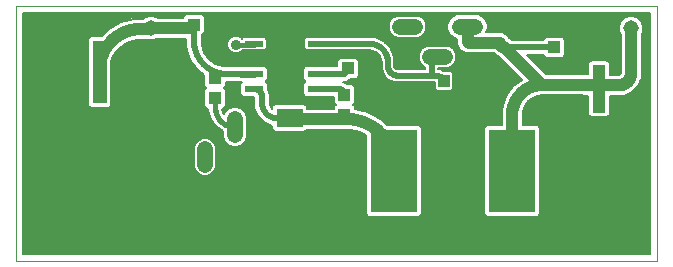
<source format=gtl>
G75*
%MOIN*%
%OFA0B0*%
%FSLAX25Y25*%
%IPPOS*%
%LPD*%
%AMOC8*
5,1,8,0,0,1.08239X$1,22.5*
%
%ADD10C,0.00000*%
%ADD11R,0.04700X0.21100*%
%ADD12R,0.04331X0.03937*%
%ADD13R,0.04300X0.16000*%
%ADD14R,0.03937X0.04331*%
%ADD15R,0.08583X0.06378*%
%ADD16R,0.15748X0.27559*%
%ADD17R,0.06300X0.02100*%
%ADD18C,0.05200*%
%ADD19C,0.05150*%
%ADD20C,0.00600*%
%ADD21C,0.03569*%
%ADD22C,0.02000*%
%ADD23C,0.04000*%
%ADD24C,0.02100*%
%ADD25C,0.01600*%
%ADD26C,0.02200*%
D10*
X0012668Y0006362D02*
X0012668Y0091322D01*
X0226369Y0091322D01*
X0226369Y0006362D01*
X0012668Y0006362D01*
D11*
X0040533Y0029972D03*
X0040533Y0069172D03*
D12*
X0079019Y0067221D03*
X0079019Y0060528D03*
X0123394Y0070431D03*
X0130087Y0070431D03*
X0078690Y0084999D03*
X0071997Y0084999D03*
X0192146Y0077477D03*
X0198838Y0077477D03*
D13*
X0206972Y0063576D03*
X0206972Y0038976D03*
D14*
X0162031Y0066219D03*
X0155338Y0066219D03*
X0122127Y0061643D03*
X0122127Y0054950D03*
D15*
X0103885Y0054016D03*
X0103885Y0037402D03*
D16*
X0138637Y0036202D03*
X0178007Y0036202D03*
D17*
X0112904Y0063607D03*
X0112904Y0068607D03*
X0112904Y0073607D03*
X0112904Y0078607D03*
X0092004Y0078607D03*
X0092004Y0073607D03*
X0092004Y0068607D03*
X0092004Y0063607D03*
D18*
X0085668Y0053462D02*
X0085668Y0048262D01*
X0075668Y0043462D02*
X0075668Y0038262D01*
X0085668Y0033462D02*
X0085668Y0028262D01*
X0150568Y0074362D02*
X0155768Y0074362D01*
X0160568Y0084362D02*
X0165768Y0084362D01*
X0145768Y0084362D02*
X0140568Y0084362D01*
D19*
X0217668Y0083862D03*
X0057668Y0083862D03*
X0057668Y0013862D03*
X0217668Y0013862D03*
D20*
X0224069Y0013787D02*
X0014968Y0013787D01*
X0014968Y0013189D02*
X0224069Y0013189D01*
X0224069Y0012590D02*
X0014968Y0012590D01*
X0014968Y0011992D02*
X0224069Y0011992D01*
X0224069Y0011393D02*
X0014968Y0011393D01*
X0014968Y0010795D02*
X0224069Y0010795D01*
X0224069Y0010196D02*
X0014968Y0010196D01*
X0014968Y0009598D02*
X0224069Y0009598D01*
X0224069Y0008999D02*
X0014968Y0008999D01*
X0014968Y0008662D02*
X0014968Y0089022D01*
X0224069Y0089022D01*
X0224069Y0008662D01*
X0014968Y0008662D01*
X0014968Y0014386D02*
X0224069Y0014386D01*
X0224069Y0014984D02*
X0014968Y0014984D01*
X0014968Y0015583D02*
X0224069Y0015583D01*
X0224069Y0016181D02*
X0014968Y0016181D01*
X0014968Y0016780D02*
X0224069Y0016780D01*
X0224069Y0017378D02*
X0014968Y0017378D01*
X0014968Y0017977D02*
X0224069Y0017977D01*
X0224069Y0018575D02*
X0014968Y0018575D01*
X0014968Y0019174D02*
X0224069Y0019174D01*
X0224069Y0019772D02*
X0014968Y0019772D01*
X0014968Y0020371D02*
X0224069Y0020371D01*
X0224069Y0020969D02*
X0186549Y0020969D01*
X0186502Y0020922D02*
X0187381Y0021801D01*
X0187381Y0050603D01*
X0186502Y0051481D01*
X0181507Y0051481D01*
X0181507Y0054924D01*
X0181587Y0055941D01*
X0182215Y0057876D01*
X0183411Y0059522D01*
X0185057Y0060717D01*
X0186991Y0061346D01*
X0188008Y0061426D01*
X0201666Y0061426D01*
X0201777Y0061362D01*
X0203322Y0061362D01*
X0203322Y0054954D01*
X0204201Y0054076D01*
X0209744Y0054076D01*
X0210622Y0054954D01*
X0210622Y0061362D01*
X0215160Y0061362D01*
X0217917Y0062503D01*
X0220027Y0064613D01*
X0221168Y0067370D01*
X0221168Y0081663D01*
X0221743Y0083051D01*
X0221743Y0084672D01*
X0221123Y0086170D01*
X0219977Y0087316D01*
X0218479Y0087936D01*
X0216858Y0087936D01*
X0215360Y0087316D01*
X0214214Y0086170D01*
X0213594Y0084672D01*
X0213594Y0083051D01*
X0214168Y0081663D01*
X0214168Y0068862D01*
X0214159Y0068764D01*
X0214084Y0068584D01*
X0213946Y0068446D01*
X0213766Y0068371D01*
X0213668Y0068362D01*
X0210622Y0068362D01*
X0210622Y0072197D01*
X0209744Y0073076D01*
X0204201Y0073076D01*
X0203322Y0072197D01*
X0203322Y0068426D01*
X0189458Y0068426D01*
X0182907Y0074977D01*
X0188480Y0074977D01*
X0188480Y0074887D01*
X0189359Y0074009D01*
X0194932Y0074009D01*
X0195811Y0074887D01*
X0195811Y0080067D01*
X0194932Y0080946D01*
X0189359Y0080946D01*
X0188480Y0080067D01*
X0188480Y0079977D01*
X0177907Y0079977D01*
X0177440Y0080444D01*
X0177075Y0080595D01*
X0176924Y0080960D01*
X0175940Y0081944D01*
X0174653Y0082477D01*
X0169426Y0082477D01*
X0169868Y0083546D01*
X0169868Y0085177D01*
X0169244Y0086684D01*
X0168091Y0087837D01*
X0166584Y0088462D01*
X0159753Y0088462D01*
X0158246Y0087837D01*
X0157093Y0086684D01*
X0156468Y0085177D01*
X0156468Y0083546D01*
X0157093Y0082039D01*
X0158246Y0080886D01*
X0159668Y0080297D01*
X0159668Y0078562D01*
X0159668Y0078562D01*
X0160797Y0076606D01*
X0162753Y0075477D01*
X0171886Y0075477D01*
X0172625Y0074738D01*
X0173685Y0074299D01*
X0181268Y0066716D01*
X0178342Y0064590D01*
X0175828Y0061130D01*
X0174507Y0057063D01*
X0174507Y0051481D01*
X0169511Y0051481D01*
X0168633Y0050603D01*
X0168633Y0021801D01*
X0169511Y0020922D01*
X0186502Y0020922D01*
X0187148Y0021568D02*
X0224069Y0021568D01*
X0224069Y0022166D02*
X0187381Y0022166D01*
X0187381Y0022765D02*
X0224069Y0022765D01*
X0224069Y0023363D02*
X0187381Y0023363D01*
X0187381Y0023962D02*
X0224069Y0023962D01*
X0224069Y0024560D02*
X0187381Y0024560D01*
X0187381Y0025159D02*
X0224069Y0025159D01*
X0224069Y0025757D02*
X0187381Y0025757D01*
X0187381Y0026356D02*
X0224069Y0026356D01*
X0224069Y0026954D02*
X0187381Y0026954D01*
X0187381Y0027553D02*
X0224069Y0027553D01*
X0224069Y0028152D02*
X0187381Y0028152D01*
X0187381Y0028750D02*
X0224069Y0028750D01*
X0224069Y0029349D02*
X0187381Y0029349D01*
X0187381Y0029947D02*
X0224069Y0029947D01*
X0224069Y0030546D02*
X0187381Y0030546D01*
X0187381Y0031144D02*
X0224069Y0031144D01*
X0224069Y0031743D02*
X0187381Y0031743D01*
X0187381Y0032341D02*
X0224069Y0032341D01*
X0224069Y0032940D02*
X0187381Y0032940D01*
X0187381Y0033538D02*
X0224069Y0033538D01*
X0224069Y0034137D02*
X0187381Y0034137D01*
X0187381Y0034735D02*
X0224069Y0034735D01*
X0224069Y0035334D02*
X0187381Y0035334D01*
X0187381Y0035932D02*
X0224069Y0035932D01*
X0224069Y0036531D02*
X0187381Y0036531D01*
X0187381Y0037129D02*
X0224069Y0037129D01*
X0224069Y0037728D02*
X0187381Y0037728D01*
X0187381Y0038326D02*
X0224069Y0038326D01*
X0224069Y0038925D02*
X0187381Y0038925D01*
X0187381Y0039523D02*
X0224069Y0039523D01*
X0224069Y0040122D02*
X0187381Y0040122D01*
X0187381Y0040720D02*
X0224069Y0040720D01*
X0224069Y0041319D02*
X0187381Y0041319D01*
X0187381Y0041917D02*
X0224069Y0041917D01*
X0224069Y0042516D02*
X0187381Y0042516D01*
X0187381Y0043114D02*
X0224069Y0043114D01*
X0224069Y0043713D02*
X0187381Y0043713D01*
X0187381Y0044311D02*
X0224069Y0044311D01*
X0224069Y0044910D02*
X0187381Y0044910D01*
X0187381Y0045508D02*
X0224069Y0045508D01*
X0224069Y0046107D02*
X0187381Y0046107D01*
X0187381Y0046705D02*
X0224069Y0046705D01*
X0224069Y0047304D02*
X0187381Y0047304D01*
X0187381Y0047902D02*
X0224069Y0047902D01*
X0224069Y0048501D02*
X0187381Y0048501D01*
X0187381Y0049099D02*
X0224069Y0049099D01*
X0224069Y0049698D02*
X0187381Y0049698D01*
X0187381Y0050296D02*
X0224069Y0050296D01*
X0224069Y0050895D02*
X0187089Y0050895D01*
X0181507Y0051493D02*
X0224069Y0051493D01*
X0224069Y0052092D02*
X0181507Y0052092D01*
X0181507Y0052690D02*
X0224069Y0052690D01*
X0224069Y0053289D02*
X0181507Y0053289D01*
X0181507Y0053887D02*
X0224069Y0053887D01*
X0224069Y0054486D02*
X0210154Y0054486D01*
X0210622Y0055085D02*
X0224069Y0055085D01*
X0224069Y0055683D02*
X0210622Y0055683D01*
X0210622Y0056282D02*
X0224069Y0056282D01*
X0224069Y0056880D02*
X0210622Y0056880D01*
X0210622Y0057479D02*
X0224069Y0057479D01*
X0224069Y0058077D02*
X0210622Y0058077D01*
X0210622Y0058676D02*
X0224069Y0058676D01*
X0224069Y0059274D02*
X0210622Y0059274D01*
X0210622Y0059873D02*
X0224069Y0059873D01*
X0224069Y0060471D02*
X0210622Y0060471D01*
X0210622Y0061070D02*
X0224069Y0061070D01*
X0224069Y0061668D02*
X0215900Y0061668D01*
X0217345Y0062267D02*
X0224069Y0062267D01*
X0224069Y0062865D02*
X0218278Y0062865D01*
X0217917Y0062503D02*
X0217917Y0062503D01*
X0218877Y0063464D02*
X0224069Y0063464D01*
X0224069Y0064062D02*
X0219475Y0064062D01*
X0220027Y0064613D02*
X0220027Y0064613D01*
X0220046Y0064661D02*
X0224069Y0064661D01*
X0224069Y0065259D02*
X0220294Y0065259D01*
X0220542Y0065858D02*
X0224069Y0065858D01*
X0224069Y0066456D02*
X0220790Y0066456D01*
X0221038Y0067055D02*
X0224069Y0067055D01*
X0224069Y0067653D02*
X0221168Y0067653D01*
X0221168Y0068252D02*
X0224069Y0068252D01*
X0224069Y0068850D02*
X0221168Y0068850D01*
X0221168Y0069449D02*
X0224069Y0069449D01*
X0224069Y0070047D02*
X0221168Y0070047D01*
X0221168Y0070646D02*
X0224069Y0070646D01*
X0224069Y0071244D02*
X0221168Y0071244D01*
X0221168Y0071843D02*
X0224069Y0071843D01*
X0224069Y0072441D02*
X0221168Y0072441D01*
X0221168Y0073040D02*
X0224069Y0073040D01*
X0224069Y0073638D02*
X0221168Y0073638D01*
X0221168Y0074237D02*
X0224069Y0074237D01*
X0224069Y0074835D02*
X0221168Y0074835D01*
X0221168Y0075434D02*
X0224069Y0075434D01*
X0224069Y0076032D02*
X0221168Y0076032D01*
X0221168Y0076631D02*
X0224069Y0076631D01*
X0224069Y0077229D02*
X0221168Y0077229D01*
X0221168Y0077828D02*
X0224069Y0077828D01*
X0224069Y0078426D02*
X0221168Y0078426D01*
X0221168Y0079025D02*
X0224069Y0079025D01*
X0224069Y0079623D02*
X0221168Y0079623D01*
X0221168Y0080222D02*
X0224069Y0080222D01*
X0224069Y0080821D02*
X0221168Y0080821D01*
X0221168Y0081419D02*
X0224069Y0081419D01*
X0224069Y0082018D02*
X0221315Y0082018D01*
X0221563Y0082616D02*
X0224069Y0082616D01*
X0224069Y0083215D02*
X0221743Y0083215D01*
X0221743Y0083813D02*
X0224069Y0083813D01*
X0224069Y0084412D02*
X0221743Y0084412D01*
X0221603Y0085010D02*
X0224069Y0085010D01*
X0224069Y0085609D02*
X0221355Y0085609D01*
X0221086Y0086207D02*
X0224069Y0086207D01*
X0224069Y0086806D02*
X0220487Y0086806D01*
X0219764Y0087404D02*
X0224069Y0087404D01*
X0224069Y0088003D02*
X0167692Y0088003D01*
X0168524Y0087404D02*
X0215573Y0087404D01*
X0214850Y0086806D02*
X0169123Y0086806D01*
X0169442Y0086207D02*
X0214251Y0086207D01*
X0213981Y0085609D02*
X0169690Y0085609D01*
X0169868Y0085010D02*
X0213733Y0085010D01*
X0213594Y0084412D02*
X0169868Y0084412D01*
X0169868Y0083813D02*
X0213594Y0083813D01*
X0213594Y0083215D02*
X0169731Y0083215D01*
X0169483Y0082616D02*
X0213774Y0082616D01*
X0214022Y0082018D02*
X0175763Y0082018D01*
X0176465Y0081419D02*
X0214168Y0081419D01*
X0214168Y0080821D02*
X0195057Y0080821D01*
X0195656Y0080222D02*
X0214168Y0080222D01*
X0214168Y0079623D02*
X0195811Y0079623D01*
X0195811Y0079025D02*
X0214168Y0079025D01*
X0214168Y0078426D02*
X0195811Y0078426D01*
X0195811Y0077828D02*
X0214168Y0077828D01*
X0214168Y0077229D02*
X0195811Y0077229D01*
X0195811Y0076631D02*
X0214168Y0076631D01*
X0214168Y0076032D02*
X0195811Y0076032D01*
X0195811Y0075434D02*
X0214168Y0075434D01*
X0214168Y0074835D02*
X0195759Y0074835D01*
X0195160Y0074237D02*
X0214168Y0074237D01*
X0214168Y0073638D02*
X0184245Y0073638D01*
X0183647Y0074237D02*
X0189131Y0074237D01*
X0188532Y0074835D02*
X0183048Y0074835D01*
X0184844Y0073040D02*
X0204165Y0073040D01*
X0203567Y0072441D02*
X0185442Y0072441D01*
X0186041Y0071843D02*
X0203322Y0071843D01*
X0203322Y0071244D02*
X0186639Y0071244D01*
X0187238Y0070646D02*
X0203322Y0070646D01*
X0203322Y0070047D02*
X0187836Y0070047D01*
X0188435Y0069449D02*
X0203322Y0069449D01*
X0203322Y0068850D02*
X0189033Y0068850D01*
X0180930Y0067055D02*
X0158406Y0067055D01*
X0158406Y0067653D02*
X0180331Y0067653D01*
X0179733Y0068252D02*
X0158406Y0068252D01*
X0158406Y0068840D02*
X0157762Y0069485D01*
X0155288Y0069485D01*
X0154875Y0069723D01*
X0154423Y0070175D01*
X0153422Y0070175D01*
X0153422Y0070662D01*
X0156504Y0070662D01*
X0157864Y0071225D01*
X0158905Y0072266D01*
X0159468Y0073626D01*
X0159468Y0075098D01*
X0158905Y0076458D01*
X0157864Y0077498D01*
X0156504Y0078062D01*
X0149832Y0078062D01*
X0148472Y0077498D01*
X0147432Y0076458D01*
X0146868Y0075098D01*
X0146868Y0073626D01*
X0147432Y0072266D01*
X0148472Y0071225D01*
X0149122Y0070956D01*
X0149122Y0070175D01*
X0139788Y0070175D01*
X0139594Y0070194D01*
X0139235Y0070342D01*
X0138961Y0070617D01*
X0138812Y0070975D01*
X0138793Y0071169D01*
X0138793Y0074208D01*
X0137549Y0077213D01*
X0135249Y0079512D01*
X0135249Y0079512D01*
X0132244Y0080757D01*
X0109298Y0080757D01*
X0108654Y0080113D01*
X0108654Y0077101D01*
X0109298Y0076457D01*
X0130618Y0076457D01*
X0131374Y0076383D01*
X0132771Y0075804D01*
X0133840Y0074735D01*
X0134419Y0073338D01*
X0134493Y0072582D01*
X0134493Y0070116D01*
X0135299Y0068170D01*
X0136789Y0066681D01*
X0138735Y0065875D01*
X0152269Y0065875D01*
X0152269Y0063598D01*
X0152914Y0062954D01*
X0157762Y0062954D01*
X0158406Y0063598D01*
X0158406Y0068840D01*
X0158396Y0068850D02*
X0179134Y0068850D01*
X0178536Y0069449D02*
X0157798Y0069449D01*
X0154550Y0070047D02*
X0177937Y0070047D01*
X0177338Y0070646D02*
X0153422Y0070646D01*
X0149122Y0070646D02*
X0138949Y0070646D01*
X0138793Y0071244D02*
X0148453Y0071244D01*
X0147855Y0071843D02*
X0138793Y0071843D01*
X0138793Y0072441D02*
X0147359Y0072441D01*
X0147111Y0073040D02*
X0138793Y0073040D01*
X0138793Y0073638D02*
X0146868Y0073638D01*
X0146868Y0074237D02*
X0138781Y0074237D01*
X0138533Y0074835D02*
X0146868Y0074835D01*
X0147008Y0075434D02*
X0138285Y0075434D01*
X0138037Y0076032D02*
X0147256Y0076032D01*
X0147605Y0076631D02*
X0137790Y0076631D01*
X0137532Y0077229D02*
X0148204Y0077229D01*
X0149268Y0077828D02*
X0136933Y0077828D01*
X0136335Y0078426D02*
X0159747Y0078426D01*
X0159668Y0079025D02*
X0135736Y0079025D01*
X0135249Y0079512D02*
X0135249Y0079512D01*
X0134981Y0079623D02*
X0159668Y0079623D01*
X0159668Y0080222D02*
X0133536Y0080222D01*
X0137432Y0082266D02*
X0138472Y0081225D01*
X0139832Y0080662D01*
X0146504Y0080662D01*
X0147864Y0081225D01*
X0148905Y0082266D01*
X0149468Y0083626D01*
X0149468Y0085098D01*
X0148905Y0086458D01*
X0147864Y0087498D01*
X0146504Y0088062D01*
X0139832Y0088062D01*
X0138472Y0087498D01*
X0137432Y0086458D01*
X0136868Y0085098D01*
X0136868Y0083626D01*
X0137432Y0082266D01*
X0137680Y0082018D02*
X0075271Y0082018D01*
X0075663Y0082409D02*
X0075663Y0087589D01*
X0074784Y0088467D01*
X0072769Y0088467D01*
X0072693Y0088499D01*
X0071301Y0088499D01*
X0071225Y0088467D01*
X0069211Y0088467D01*
X0068332Y0087589D01*
X0068332Y0087362D01*
X0059867Y0087362D01*
X0058479Y0087936D01*
X0056858Y0087936D01*
X0055360Y0087316D01*
X0055094Y0087050D01*
X0051951Y0087050D01*
X0047582Y0085880D01*
X0047582Y0085880D01*
X0043664Y0083618D01*
X0041269Y0081222D01*
X0037562Y0081222D01*
X0036683Y0080344D01*
X0036683Y0070102D01*
X0036608Y0069822D01*
X0036683Y0069542D01*
X0036683Y0058001D01*
X0037562Y0057122D01*
X0043505Y0057122D01*
X0044383Y0058001D01*
X0044383Y0072181D01*
X0044808Y0073767D01*
X0046137Y0076068D01*
X0048016Y0077947D01*
X0050317Y0079276D01*
X0052884Y0079963D01*
X0054213Y0080050D01*
X0056221Y0080050D01*
X0056858Y0079787D01*
X0058479Y0079787D01*
X0059867Y0080362D01*
X0069447Y0080362D01*
X0069447Y0077406D01*
X0069447Y0077406D01*
X0070770Y0073334D01*
X0073287Y0069870D01*
X0073287Y0069870D01*
X0075353Y0068368D01*
X0075353Y0064631D01*
X0076110Y0063875D01*
X0075353Y0063118D01*
X0075353Y0057938D01*
X0076232Y0057060D01*
X0076719Y0057060D01*
X0076719Y0056094D01*
X0077595Y0053398D01*
X0077595Y0053398D01*
X0079261Y0051104D01*
X0079261Y0051104D01*
X0079261Y0051104D01*
X0081555Y0049438D01*
X0081568Y0049433D01*
X0081568Y0047446D01*
X0082193Y0045939D01*
X0083346Y0044786D01*
X0084853Y0044162D01*
X0086484Y0044162D01*
X0087991Y0044786D01*
X0089144Y0045939D01*
X0089768Y0047446D01*
X0089768Y0054277D01*
X0089144Y0055784D01*
X0087991Y0056937D01*
X0086484Y0057562D01*
X0084853Y0057562D01*
X0083346Y0056937D01*
X0082193Y0055784D01*
X0081982Y0055276D01*
X0081793Y0055537D01*
X0081372Y0056831D01*
X0081354Y0057060D01*
X0081805Y0057060D01*
X0082684Y0057938D01*
X0082684Y0063118D01*
X0081927Y0063875D01*
X0082684Y0064631D01*
X0082684Y0066029D01*
X0087097Y0066029D01*
X0087151Y0066007D01*
X0088083Y0066007D01*
X0087354Y0065278D01*
X0087354Y0061936D01*
X0088233Y0061057D01*
X0092004Y0061057D01*
X0092026Y0061055D01*
X0092067Y0061038D01*
X0092099Y0061006D01*
X0092116Y0060965D01*
X0092118Y0060943D01*
X0092118Y0057360D01*
X0093268Y0054585D01*
X0095392Y0052461D01*
X0098094Y0051342D01*
X0098094Y0050206D01*
X0098973Y0049327D01*
X0108798Y0049327D01*
X0109514Y0050043D01*
X0122014Y0050043D01*
X0122038Y0050033D01*
X0122709Y0050043D01*
X0122741Y0050043D01*
X0124332Y0049961D01*
X0127427Y0049179D01*
X0129263Y0048154D01*
X0129263Y0021801D01*
X0130141Y0020922D01*
X0147132Y0020922D01*
X0148011Y0021801D01*
X0148011Y0050603D01*
X0147132Y0051481D01*
X0136438Y0051481D01*
X0134495Y0053369D01*
X0130075Y0055838D01*
X0130075Y0055838D01*
X0125596Y0056970D01*
X0125596Y0057736D01*
X0125036Y0058296D01*
X0125596Y0058856D01*
X0125596Y0064429D01*
X0124717Y0065308D01*
X0122843Y0065308D01*
X0121546Y0066057D01*
X0122742Y0066057D01*
X0124310Y0066962D01*
X0126180Y0066962D01*
X0127059Y0067841D01*
X0127059Y0073021D01*
X0126180Y0073899D01*
X0120607Y0073899D01*
X0119728Y0073021D01*
X0119728Y0071157D01*
X0109133Y0071157D01*
X0108254Y0070278D01*
X0108254Y0066936D01*
X0109083Y0066107D01*
X0108254Y0065278D01*
X0108254Y0061936D01*
X0109133Y0061057D01*
X0118659Y0061057D01*
X0118659Y0058856D01*
X0119219Y0058296D01*
X0118659Y0057736D01*
X0118659Y0057043D01*
X0109677Y0057043D01*
X0109677Y0057827D01*
X0108798Y0058705D01*
X0098973Y0058705D01*
X0098094Y0057827D01*
X0098094Y0057038D01*
X0097631Y0057501D01*
X0097265Y0058384D01*
X0097218Y0058862D01*
X0097218Y0061980D01*
X0096654Y0063343D01*
X0096654Y0065278D01*
X0095825Y0066107D01*
X0096654Y0066936D01*
X0096654Y0070278D01*
X0095775Y0071157D01*
X0092642Y0071157D01*
X0092521Y0071207D01*
X0087151Y0071207D01*
X0086964Y0071129D01*
X0082965Y0071129D01*
X0081648Y0071233D01*
X0079143Y0072047D01*
X0077013Y0073595D01*
X0075465Y0075726D01*
X0074651Y0078230D01*
X0074547Y0079547D01*
X0074547Y0081530D01*
X0074784Y0081530D01*
X0075663Y0082409D01*
X0075663Y0082616D02*
X0137287Y0082616D01*
X0137039Y0083215D02*
X0075663Y0083215D01*
X0075663Y0083813D02*
X0136868Y0083813D01*
X0136868Y0084412D02*
X0075663Y0084412D01*
X0075663Y0085010D02*
X0136868Y0085010D01*
X0137080Y0085609D02*
X0075663Y0085609D01*
X0075663Y0086207D02*
X0137328Y0086207D01*
X0137780Y0086806D02*
X0075663Y0086806D01*
X0075663Y0087404D02*
X0138378Y0087404D01*
X0139690Y0088003D02*
X0075248Y0088003D01*
X0068746Y0088003D02*
X0014968Y0088003D01*
X0014968Y0088601D02*
X0224069Y0088601D01*
X0189234Y0080821D02*
X0176982Y0080821D01*
X0177662Y0080222D02*
X0188635Y0080222D01*
X0174346Y0073638D02*
X0159468Y0073638D01*
X0159468Y0074237D02*
X0173747Y0074237D01*
X0172625Y0074738D02*
X0172625Y0074738D01*
X0172625Y0074738D01*
X0172528Y0074835D02*
X0159468Y0074835D01*
X0159329Y0075434D02*
X0171929Y0075434D01*
X0174944Y0073040D02*
X0159226Y0073040D01*
X0158978Y0072441D02*
X0175543Y0072441D01*
X0176141Y0071843D02*
X0158482Y0071843D01*
X0157884Y0071244D02*
X0176740Y0071244D01*
X0180910Y0066456D02*
X0158406Y0066456D01*
X0158406Y0065858D02*
X0180087Y0065858D01*
X0179263Y0065259D02*
X0158406Y0065259D01*
X0158406Y0064661D02*
X0178439Y0064661D01*
X0178342Y0064590D02*
X0178342Y0064590D01*
X0178342Y0064590D01*
X0177959Y0064062D02*
X0158406Y0064062D01*
X0158272Y0063464D02*
X0177524Y0063464D01*
X0177089Y0062865D02*
X0125596Y0062865D01*
X0125596Y0062267D02*
X0176654Y0062267D01*
X0176219Y0061668D02*
X0125596Y0061668D01*
X0125596Y0061070D02*
X0175809Y0061070D01*
X0175828Y0061130D02*
X0175828Y0061130D01*
X0175614Y0060471D02*
X0125596Y0060471D01*
X0125596Y0059873D02*
X0175420Y0059873D01*
X0175225Y0059274D02*
X0125596Y0059274D01*
X0125415Y0058676D02*
X0175031Y0058676D01*
X0174836Y0058077D02*
X0125255Y0058077D01*
X0125596Y0057479D02*
X0174642Y0057479D01*
X0174507Y0056880D02*
X0125952Y0056880D01*
X0128320Y0056282D02*
X0174507Y0056282D01*
X0174507Y0055683D02*
X0130352Y0055683D01*
X0131424Y0055085D02*
X0174507Y0055085D01*
X0174507Y0054486D02*
X0132495Y0054486D01*
X0133567Y0053887D02*
X0174507Y0053887D01*
X0174507Y0053289D02*
X0134578Y0053289D01*
X0134495Y0053369D02*
X0134495Y0053369D01*
X0135194Y0052690D02*
X0174507Y0052690D01*
X0174507Y0052092D02*
X0135809Y0052092D01*
X0136425Y0051493D02*
X0174507Y0051493D01*
X0168925Y0050895D02*
X0147718Y0050895D01*
X0148011Y0050296D02*
X0168633Y0050296D01*
X0168633Y0049698D02*
X0148011Y0049698D01*
X0148011Y0049099D02*
X0168633Y0049099D01*
X0168633Y0048501D02*
X0148011Y0048501D01*
X0148011Y0047902D02*
X0168633Y0047902D01*
X0168633Y0047304D02*
X0148011Y0047304D01*
X0148011Y0046705D02*
X0168633Y0046705D01*
X0168633Y0046107D02*
X0148011Y0046107D01*
X0148011Y0045508D02*
X0168633Y0045508D01*
X0168633Y0044910D02*
X0148011Y0044910D01*
X0148011Y0044311D02*
X0168633Y0044311D01*
X0168633Y0043713D02*
X0148011Y0043713D01*
X0148011Y0043114D02*
X0168633Y0043114D01*
X0168633Y0042516D02*
X0148011Y0042516D01*
X0148011Y0041917D02*
X0168633Y0041917D01*
X0168633Y0041319D02*
X0148011Y0041319D01*
X0148011Y0040720D02*
X0168633Y0040720D01*
X0168633Y0040122D02*
X0148011Y0040122D01*
X0148011Y0039523D02*
X0168633Y0039523D01*
X0168633Y0038925D02*
X0148011Y0038925D01*
X0148011Y0038326D02*
X0168633Y0038326D01*
X0168633Y0037728D02*
X0148011Y0037728D01*
X0148011Y0037129D02*
X0168633Y0037129D01*
X0168633Y0036531D02*
X0148011Y0036531D01*
X0148011Y0035932D02*
X0168633Y0035932D01*
X0168633Y0035334D02*
X0148011Y0035334D01*
X0148011Y0034735D02*
X0168633Y0034735D01*
X0168633Y0034137D02*
X0148011Y0034137D01*
X0148011Y0033538D02*
X0168633Y0033538D01*
X0168633Y0032940D02*
X0148011Y0032940D01*
X0148011Y0032341D02*
X0168633Y0032341D01*
X0168633Y0031743D02*
X0148011Y0031743D01*
X0148011Y0031144D02*
X0168633Y0031144D01*
X0168633Y0030546D02*
X0148011Y0030546D01*
X0148011Y0029947D02*
X0168633Y0029947D01*
X0168633Y0029349D02*
X0148011Y0029349D01*
X0148011Y0028750D02*
X0168633Y0028750D01*
X0168633Y0028152D02*
X0148011Y0028152D01*
X0148011Y0027553D02*
X0168633Y0027553D01*
X0168633Y0026954D02*
X0148011Y0026954D01*
X0148011Y0026356D02*
X0168633Y0026356D01*
X0168633Y0025757D02*
X0148011Y0025757D01*
X0148011Y0025159D02*
X0168633Y0025159D01*
X0168633Y0024560D02*
X0148011Y0024560D01*
X0148011Y0023962D02*
X0168633Y0023962D01*
X0168633Y0023363D02*
X0148011Y0023363D01*
X0148011Y0022765D02*
X0168633Y0022765D01*
X0168633Y0022166D02*
X0148011Y0022166D01*
X0147778Y0021568D02*
X0168866Y0021568D01*
X0169464Y0020969D02*
X0147179Y0020969D01*
X0130094Y0020969D02*
X0014968Y0020969D01*
X0014968Y0021568D02*
X0129496Y0021568D01*
X0129263Y0022166D02*
X0014968Y0022166D01*
X0014968Y0022765D02*
X0129263Y0022765D01*
X0129263Y0023363D02*
X0014968Y0023363D01*
X0014968Y0023962D02*
X0129263Y0023962D01*
X0129263Y0024560D02*
X0014968Y0024560D01*
X0014968Y0025159D02*
X0129263Y0025159D01*
X0129263Y0025757D02*
X0014968Y0025757D01*
X0014968Y0026356D02*
X0129263Y0026356D01*
X0129263Y0026954D02*
X0014968Y0026954D01*
X0014968Y0027553D02*
X0129263Y0027553D01*
X0129263Y0028152D02*
X0014968Y0028152D01*
X0014968Y0028750D02*
X0129263Y0028750D01*
X0129263Y0029349D02*
X0014968Y0029349D01*
X0014968Y0029947D02*
X0129263Y0029947D01*
X0129263Y0030546D02*
X0014968Y0030546D01*
X0014968Y0031144D02*
X0129263Y0031144D01*
X0129263Y0031743D02*
X0014968Y0031743D01*
X0014968Y0032341D02*
X0129263Y0032341D01*
X0129263Y0032940D02*
X0014968Y0032940D01*
X0014968Y0033538D02*
X0129263Y0033538D01*
X0129263Y0034137D02*
X0014968Y0034137D01*
X0014968Y0034735D02*
X0074514Y0034735D01*
X0074932Y0034562D02*
X0076404Y0034562D01*
X0077764Y0035125D01*
X0078805Y0036166D01*
X0079368Y0037526D01*
X0079368Y0044198D01*
X0078805Y0045558D01*
X0077764Y0046598D01*
X0076404Y0047162D01*
X0074932Y0047162D01*
X0073572Y0046598D01*
X0072532Y0045558D01*
X0071968Y0044198D01*
X0071968Y0037526D01*
X0072532Y0036166D01*
X0073572Y0035125D01*
X0074932Y0034562D01*
X0073364Y0035334D02*
X0014968Y0035334D01*
X0014968Y0035932D02*
X0072765Y0035932D01*
X0072380Y0036531D02*
X0014968Y0036531D01*
X0014968Y0037129D02*
X0072133Y0037129D01*
X0071968Y0037728D02*
X0014968Y0037728D01*
X0014968Y0038326D02*
X0071968Y0038326D01*
X0071968Y0038925D02*
X0014968Y0038925D01*
X0014968Y0039523D02*
X0071968Y0039523D01*
X0071968Y0040122D02*
X0014968Y0040122D01*
X0014968Y0040720D02*
X0071968Y0040720D01*
X0071968Y0041319D02*
X0014968Y0041319D01*
X0014968Y0041917D02*
X0071968Y0041917D01*
X0071968Y0042516D02*
X0014968Y0042516D01*
X0014968Y0043114D02*
X0071968Y0043114D01*
X0071968Y0043713D02*
X0014968Y0043713D01*
X0014968Y0044311D02*
X0072015Y0044311D01*
X0072263Y0044910D02*
X0014968Y0044910D01*
X0014968Y0045508D02*
X0072511Y0045508D01*
X0073081Y0046107D02*
X0014968Y0046107D01*
X0014968Y0046705D02*
X0073831Y0046705D01*
X0077506Y0046705D02*
X0081875Y0046705D01*
X0082123Y0046107D02*
X0078256Y0046107D01*
X0078825Y0045508D02*
X0082623Y0045508D01*
X0083222Y0044910D02*
X0079073Y0044910D01*
X0079321Y0044311D02*
X0084492Y0044311D01*
X0086845Y0044311D02*
X0129263Y0044311D01*
X0129263Y0043713D02*
X0079368Y0043713D01*
X0079368Y0043114D02*
X0129263Y0043114D01*
X0129263Y0042516D02*
X0079368Y0042516D01*
X0079368Y0041917D02*
X0129263Y0041917D01*
X0129263Y0041319D02*
X0079368Y0041319D01*
X0079368Y0040720D02*
X0129263Y0040720D01*
X0129263Y0040122D02*
X0079368Y0040122D01*
X0079368Y0039523D02*
X0129263Y0039523D01*
X0129263Y0038925D02*
X0079368Y0038925D01*
X0079368Y0038326D02*
X0129263Y0038326D01*
X0129263Y0037728D02*
X0079368Y0037728D01*
X0079204Y0037129D02*
X0129263Y0037129D01*
X0129263Y0036531D02*
X0078956Y0036531D01*
X0078571Y0035932D02*
X0129263Y0035932D01*
X0129263Y0035334D02*
X0077973Y0035334D01*
X0076823Y0034735D02*
X0129263Y0034735D01*
X0129263Y0044910D02*
X0088115Y0044910D01*
X0088713Y0045508D02*
X0129263Y0045508D01*
X0129263Y0046107D02*
X0089214Y0046107D01*
X0089461Y0046705D02*
X0129263Y0046705D01*
X0129263Y0047304D02*
X0089709Y0047304D01*
X0089768Y0047902D02*
X0129263Y0047902D01*
X0128641Y0048501D02*
X0089768Y0048501D01*
X0089768Y0049099D02*
X0127570Y0049099D01*
X0125374Y0049698D02*
X0109169Y0049698D01*
X0098602Y0049698D02*
X0089768Y0049698D01*
X0089768Y0050296D02*
X0098094Y0050296D01*
X0098094Y0050895D02*
X0089768Y0050895D01*
X0089768Y0051493D02*
X0097728Y0051493D01*
X0096283Y0052092D02*
X0089768Y0052092D01*
X0089768Y0052690D02*
X0095162Y0052690D01*
X0095392Y0052461D02*
X0095392Y0052461D01*
X0094564Y0053289D02*
X0089768Y0053289D01*
X0089768Y0053887D02*
X0093965Y0053887D01*
X0093367Y0054486D02*
X0089682Y0054486D01*
X0089434Y0055085D02*
X0093061Y0055085D01*
X0093268Y0054585D02*
X0093268Y0054585D01*
X0092813Y0055683D02*
X0089186Y0055683D01*
X0088647Y0056282D02*
X0092565Y0056282D01*
X0092317Y0056880D02*
X0088048Y0056880D01*
X0086684Y0057479D02*
X0092118Y0057479D01*
X0092118Y0058077D02*
X0082684Y0058077D01*
X0082684Y0058676D02*
X0092118Y0058676D01*
X0092118Y0059274D02*
X0082684Y0059274D01*
X0082684Y0059873D02*
X0092118Y0059873D01*
X0092118Y0060471D02*
X0082684Y0060471D01*
X0082684Y0061070D02*
X0088220Y0061070D01*
X0087621Y0061668D02*
X0082684Y0061668D01*
X0082684Y0062267D02*
X0087354Y0062267D01*
X0087354Y0062865D02*
X0082684Y0062865D01*
X0082338Y0063464D02*
X0087354Y0063464D01*
X0087354Y0064062D02*
X0082115Y0064062D01*
X0082684Y0064661D02*
X0087354Y0064661D01*
X0087354Y0065259D02*
X0082684Y0065259D01*
X0082684Y0065858D02*
X0087933Y0065858D01*
X0096075Y0065858D02*
X0108833Y0065858D01*
X0108733Y0066456D02*
X0096174Y0066456D01*
X0096654Y0067055D02*
X0108254Y0067055D01*
X0108254Y0067653D02*
X0096654Y0067653D01*
X0096654Y0068252D02*
X0108254Y0068252D01*
X0108254Y0068850D02*
X0096654Y0068850D01*
X0096654Y0069449D02*
X0108254Y0069449D01*
X0108254Y0070047D02*
X0096654Y0070047D01*
X0096286Y0070646D02*
X0108621Y0070646D01*
X0119728Y0071244D02*
X0081613Y0071244D01*
X0079771Y0071843D02*
X0119728Y0071843D01*
X0119728Y0072441D02*
X0078600Y0072441D01*
X0077777Y0073040D02*
X0119747Y0073040D01*
X0120346Y0073638D02*
X0076981Y0073638D01*
X0076546Y0074237D02*
X0134046Y0074237D01*
X0134294Y0073638D02*
X0126441Y0073638D01*
X0127040Y0073040D02*
X0134448Y0073040D01*
X0134493Y0072441D02*
X0127059Y0072441D01*
X0127059Y0071843D02*
X0134493Y0071843D01*
X0134493Y0071244D02*
X0127059Y0071244D01*
X0127059Y0070646D02*
X0134493Y0070646D01*
X0134522Y0070047D02*
X0127059Y0070047D01*
X0127059Y0069449D02*
X0134770Y0069449D01*
X0135018Y0068850D02*
X0127059Y0068850D01*
X0127059Y0068252D02*
X0135265Y0068252D01*
X0135299Y0068170D02*
X0135299Y0068170D01*
X0135816Y0067653D02*
X0126871Y0067653D01*
X0126273Y0067055D02*
X0136415Y0067055D01*
X0136789Y0066681D02*
X0136789Y0066681D01*
X0137331Y0066456D02*
X0123433Y0066456D01*
X0121891Y0065858D02*
X0152269Y0065858D01*
X0152269Y0065259D02*
X0124766Y0065259D01*
X0125365Y0064661D02*
X0152269Y0064661D01*
X0152269Y0064062D02*
X0125596Y0064062D01*
X0125596Y0063464D02*
X0152404Y0063464D01*
X0133739Y0074835D02*
X0076111Y0074835D01*
X0075677Y0075434D02*
X0133141Y0075434D01*
X0132219Y0076032D02*
X0087633Y0076032D01*
X0087525Y0075925D02*
X0088070Y0076470D01*
X0088385Y0076470D01*
X0088398Y0076457D01*
X0095610Y0076457D01*
X0096254Y0077101D01*
X0096254Y0080113D01*
X0095610Y0080757D01*
X0088398Y0080757D01*
X0087991Y0080350D01*
X0087525Y0080815D01*
X0086465Y0081254D01*
X0085318Y0081254D01*
X0084258Y0080815D01*
X0083446Y0080004D01*
X0083007Y0078944D01*
X0083007Y0077797D01*
X0083446Y0076736D01*
X0084258Y0075925D01*
X0085318Y0075486D01*
X0086465Y0075486D01*
X0087525Y0075925D01*
X0084150Y0076032D02*
X0075365Y0076032D01*
X0075171Y0076631D02*
X0083552Y0076631D01*
X0083242Y0077229D02*
X0074976Y0077229D01*
X0074782Y0077828D02*
X0083007Y0077828D01*
X0083007Y0078426D02*
X0074635Y0078426D01*
X0074588Y0079025D02*
X0083041Y0079025D01*
X0083289Y0079623D02*
X0074547Y0079623D01*
X0074547Y0080222D02*
X0083664Y0080222D01*
X0084270Y0080821D02*
X0074547Y0080821D01*
X0074547Y0081419D02*
X0138278Y0081419D01*
X0139449Y0080821D02*
X0087513Y0080821D01*
X0096145Y0080222D02*
X0108763Y0080222D01*
X0108654Y0079623D02*
X0096254Y0079623D01*
X0096254Y0079025D02*
X0108654Y0079025D01*
X0108654Y0078426D02*
X0096254Y0078426D01*
X0096254Y0077828D02*
X0108654Y0077828D01*
X0108654Y0077229D02*
X0096254Y0077229D01*
X0095783Y0076631D02*
X0109124Y0076631D01*
X0108254Y0065259D02*
X0096654Y0065259D01*
X0096654Y0064661D02*
X0108254Y0064661D01*
X0108254Y0064062D02*
X0096654Y0064062D01*
X0096654Y0063464D02*
X0108254Y0063464D01*
X0108254Y0062865D02*
X0096852Y0062865D01*
X0097100Y0062267D02*
X0108254Y0062267D01*
X0108521Y0061668D02*
X0097218Y0061668D01*
X0097218Y0061070D02*
X0109120Y0061070D01*
X0108828Y0058676D02*
X0118839Y0058676D01*
X0118999Y0058077D02*
X0109426Y0058077D01*
X0109677Y0057479D02*
X0118659Y0057479D01*
X0118659Y0059274D02*
X0097218Y0059274D01*
X0097218Y0059873D02*
X0118659Y0059873D01*
X0118659Y0060471D02*
X0097218Y0060471D01*
X0097237Y0058676D02*
X0098943Y0058676D01*
X0098344Y0058077D02*
X0097392Y0058077D01*
X0097653Y0057479D02*
X0098094Y0057479D01*
X0084652Y0057479D02*
X0082224Y0057479D01*
X0081368Y0056880D02*
X0083288Y0056880D01*
X0082690Y0056282D02*
X0081551Y0056282D01*
X0081745Y0055683D02*
X0082151Y0055683D01*
X0077436Y0053887D02*
X0014968Y0053887D01*
X0014968Y0053289D02*
X0077674Y0053289D01*
X0078109Y0052690D02*
X0014968Y0052690D01*
X0014968Y0052092D02*
X0078543Y0052092D01*
X0078978Y0051493D02*
X0014968Y0051493D01*
X0014968Y0050895D02*
X0079549Y0050895D01*
X0080373Y0050296D02*
X0014968Y0050296D01*
X0014968Y0049698D02*
X0081197Y0049698D01*
X0081555Y0049438D02*
X0081555Y0049438D01*
X0081568Y0049099D02*
X0014968Y0049099D01*
X0014968Y0048501D02*
X0081568Y0048501D01*
X0081568Y0047902D02*
X0014968Y0047902D01*
X0014968Y0047304D02*
X0081627Y0047304D01*
X0077241Y0054486D02*
X0014968Y0054486D01*
X0014968Y0055085D02*
X0077047Y0055085D01*
X0076852Y0055683D02*
X0014968Y0055683D01*
X0014968Y0056282D02*
X0076719Y0056282D01*
X0076719Y0056880D02*
X0014968Y0056880D01*
X0014968Y0057479D02*
X0037206Y0057479D01*
X0036683Y0058077D02*
X0014968Y0058077D01*
X0014968Y0058676D02*
X0036683Y0058676D01*
X0036683Y0059274D02*
X0014968Y0059274D01*
X0014968Y0059873D02*
X0036683Y0059873D01*
X0036683Y0060471D02*
X0014968Y0060471D01*
X0014968Y0061070D02*
X0036683Y0061070D01*
X0036683Y0061668D02*
X0014968Y0061668D01*
X0014968Y0062267D02*
X0036683Y0062267D01*
X0036683Y0062865D02*
X0014968Y0062865D01*
X0014968Y0063464D02*
X0036683Y0063464D01*
X0036683Y0064062D02*
X0014968Y0064062D01*
X0014968Y0064661D02*
X0036683Y0064661D01*
X0036683Y0065259D02*
X0014968Y0065259D01*
X0014968Y0065858D02*
X0036683Y0065858D01*
X0036683Y0066456D02*
X0014968Y0066456D01*
X0014968Y0067055D02*
X0036683Y0067055D01*
X0036683Y0067653D02*
X0014968Y0067653D01*
X0014968Y0068252D02*
X0036683Y0068252D01*
X0036683Y0068850D02*
X0014968Y0068850D01*
X0014968Y0069449D02*
X0036683Y0069449D01*
X0036608Y0069822D02*
X0036608Y0069822D01*
X0036669Y0070047D02*
X0014968Y0070047D01*
X0014968Y0070646D02*
X0036683Y0070646D01*
X0036683Y0071244D02*
X0014968Y0071244D01*
X0014968Y0071843D02*
X0036683Y0071843D01*
X0036683Y0072441D02*
X0014968Y0072441D01*
X0014968Y0073040D02*
X0036683Y0073040D01*
X0036683Y0073638D02*
X0014968Y0073638D01*
X0014968Y0074237D02*
X0036683Y0074237D01*
X0036683Y0074835D02*
X0014968Y0074835D01*
X0014968Y0075434D02*
X0036683Y0075434D01*
X0036683Y0076032D02*
X0014968Y0076032D01*
X0014968Y0076631D02*
X0036683Y0076631D01*
X0036683Y0077229D02*
X0014968Y0077229D01*
X0014968Y0077828D02*
X0036683Y0077828D01*
X0036683Y0078426D02*
X0014968Y0078426D01*
X0014968Y0079025D02*
X0036683Y0079025D01*
X0036683Y0079623D02*
X0014968Y0079623D01*
X0014968Y0080222D02*
X0036683Y0080222D01*
X0037160Y0080821D02*
X0014968Y0080821D01*
X0014968Y0081419D02*
X0041465Y0081419D01*
X0042064Y0082018D02*
X0014968Y0082018D01*
X0014968Y0082616D02*
X0042662Y0082616D01*
X0043261Y0083215D02*
X0014968Y0083215D01*
X0014968Y0083813D02*
X0044002Y0083813D01*
X0043664Y0083618D02*
X0043664Y0083618D01*
X0045039Y0084412D02*
X0014968Y0084412D01*
X0014968Y0085010D02*
X0046075Y0085010D01*
X0047112Y0085609D02*
X0014968Y0085609D01*
X0014968Y0086207D02*
X0048803Y0086207D01*
X0051037Y0086806D02*
X0014968Y0086806D01*
X0014968Y0087404D02*
X0055573Y0087404D01*
X0059764Y0087404D02*
X0068332Y0087404D01*
X0069447Y0080222D02*
X0059529Y0080222D01*
X0051615Y0079623D02*
X0069447Y0079623D01*
X0069447Y0079025D02*
X0049883Y0079025D01*
X0048846Y0078426D02*
X0069447Y0078426D01*
X0069447Y0077828D02*
X0047897Y0077828D01*
X0047298Y0077229D02*
X0069505Y0077229D01*
X0069699Y0076631D02*
X0046700Y0076631D01*
X0046116Y0076032D02*
X0069894Y0076032D01*
X0070088Y0075434D02*
X0045771Y0075434D01*
X0045425Y0074835D02*
X0070283Y0074835D01*
X0070477Y0074237D02*
X0045080Y0074237D01*
X0044774Y0073638D02*
X0070671Y0073638D01*
X0070984Y0073040D02*
X0044613Y0073040D01*
X0044453Y0072441D02*
X0071419Y0072441D01*
X0071854Y0071843D02*
X0044383Y0071843D01*
X0044383Y0071244D02*
X0072288Y0071244D01*
X0072723Y0070646D02*
X0044383Y0070646D01*
X0044383Y0070047D02*
X0073158Y0070047D01*
X0073866Y0069449D02*
X0044383Y0069449D01*
X0044383Y0068850D02*
X0074690Y0068850D01*
X0075353Y0068252D02*
X0044383Y0068252D01*
X0044383Y0067653D02*
X0075353Y0067653D01*
X0075353Y0067055D02*
X0044383Y0067055D01*
X0044383Y0066456D02*
X0075353Y0066456D01*
X0075353Y0065858D02*
X0044383Y0065858D01*
X0044383Y0065259D02*
X0075353Y0065259D01*
X0075353Y0064661D02*
X0044383Y0064661D01*
X0044383Y0064062D02*
X0075923Y0064062D01*
X0075699Y0063464D02*
X0044383Y0063464D01*
X0044383Y0062865D02*
X0075353Y0062865D01*
X0075353Y0062267D02*
X0044383Y0062267D01*
X0044383Y0061668D02*
X0075353Y0061668D01*
X0075353Y0061070D02*
X0044383Y0061070D01*
X0044383Y0060471D02*
X0075353Y0060471D01*
X0075353Y0059873D02*
X0044383Y0059873D01*
X0044383Y0059274D02*
X0075353Y0059274D01*
X0075353Y0058676D02*
X0044383Y0058676D01*
X0044383Y0058077D02*
X0075353Y0058077D01*
X0075813Y0057479D02*
X0043861Y0057479D01*
X0146888Y0080821D02*
X0158404Y0080821D01*
X0157713Y0081419D02*
X0148058Y0081419D01*
X0148657Y0082018D02*
X0157114Y0082018D01*
X0156854Y0082616D02*
X0149050Y0082616D01*
X0149298Y0083215D02*
X0156606Y0083215D01*
X0156468Y0083813D02*
X0149468Y0083813D01*
X0149468Y0084412D02*
X0156468Y0084412D01*
X0156468Y0085010D02*
X0149468Y0085010D01*
X0149257Y0085609D02*
X0156647Y0085609D01*
X0156895Y0086207D02*
X0149009Y0086207D01*
X0148557Y0086806D02*
X0157214Y0086806D01*
X0157813Y0087404D02*
X0147958Y0087404D01*
X0146647Y0088003D02*
X0158645Y0088003D01*
X0160092Y0077828D02*
X0157069Y0077828D01*
X0158133Y0077229D02*
X0160438Y0077229D01*
X0160783Y0076631D02*
X0158732Y0076631D01*
X0159081Y0076032D02*
X0161791Y0076032D01*
X0160797Y0076606D02*
X0160797Y0076606D01*
X0184718Y0060471D02*
X0203322Y0060471D01*
X0203322Y0059873D02*
X0183894Y0059873D01*
X0183231Y0059274D02*
X0203322Y0059274D01*
X0203322Y0058676D02*
X0182796Y0058676D01*
X0182361Y0058077D02*
X0203322Y0058077D01*
X0203322Y0057479D02*
X0182086Y0057479D01*
X0181892Y0056880D02*
X0203322Y0056880D01*
X0203322Y0056282D02*
X0181697Y0056282D01*
X0181566Y0055683D02*
X0203322Y0055683D01*
X0203322Y0055085D02*
X0181519Y0055085D01*
X0181507Y0054486D02*
X0203791Y0054486D01*
X0203322Y0061070D02*
X0186141Y0061070D01*
X0210622Y0068850D02*
X0214167Y0068850D01*
X0214168Y0069449D02*
X0210622Y0069449D01*
X0210622Y0070047D02*
X0214168Y0070047D01*
X0214168Y0070646D02*
X0210622Y0070646D01*
X0210622Y0071244D02*
X0214168Y0071244D01*
X0214168Y0071843D02*
X0210622Y0071843D01*
X0210378Y0072441D02*
X0214168Y0072441D01*
X0214168Y0073040D02*
X0209779Y0073040D01*
D21*
X0211915Y0037976D03*
X0211915Y0032976D03*
X0201915Y0032976D03*
X0201915Y0037976D03*
X0104915Y0065476D03*
X0099915Y0065476D03*
X0099915Y0070476D03*
X0104915Y0070476D03*
X0104915Y0075476D03*
X0099915Y0075476D03*
X0099915Y0080476D03*
X0104915Y0080476D03*
X0085892Y0078370D03*
X0047415Y0032976D03*
X0047415Y0027976D03*
X0032415Y0027976D03*
X0032415Y0032976D03*
D22*
X0103885Y0053543D02*
X0103885Y0053862D01*
X0103885Y0054016D01*
X0136643Y0071169D02*
X0136643Y0072582D01*
X0175457Y0077477D02*
X0192146Y0077477D01*
X0205622Y0064926D02*
X0205693Y0064924D01*
X0205763Y0064919D01*
X0205833Y0064909D01*
X0205903Y0064896D01*
X0205971Y0064880D01*
X0206039Y0064860D01*
X0206106Y0064836D01*
X0206171Y0064809D01*
X0206235Y0064779D01*
X0206297Y0064745D01*
X0206357Y0064708D01*
X0206416Y0064668D01*
X0206472Y0064625D01*
X0206525Y0064579D01*
X0206577Y0064531D01*
X0206625Y0064479D01*
X0206671Y0064426D01*
X0206714Y0064370D01*
X0206754Y0064311D01*
X0206791Y0064251D01*
X0206825Y0064189D01*
X0206855Y0064125D01*
X0206882Y0064060D01*
X0206906Y0063993D01*
X0206926Y0063925D01*
X0206942Y0063857D01*
X0206955Y0063787D01*
X0206965Y0063717D01*
X0206970Y0063647D01*
X0206972Y0063576D01*
D23*
X0205622Y0064926D02*
X0202668Y0064926D01*
X0188008Y0064926D01*
X0175457Y0077477D01*
X0175381Y0077479D01*
X0175305Y0077485D01*
X0175230Y0077494D01*
X0175155Y0077508D01*
X0175081Y0077525D01*
X0175008Y0077546D01*
X0174936Y0077570D01*
X0174865Y0077599D01*
X0174796Y0077630D01*
X0174729Y0077665D01*
X0174664Y0077704D01*
X0174600Y0077746D01*
X0174539Y0077791D01*
X0174480Y0077839D01*
X0174424Y0077890D01*
X0174370Y0077944D01*
X0174319Y0078000D01*
X0174271Y0078059D01*
X0174226Y0078120D01*
X0174184Y0078184D01*
X0174145Y0078249D01*
X0174110Y0078316D01*
X0174079Y0078385D01*
X0174050Y0078456D01*
X0174026Y0078528D01*
X0174005Y0078601D01*
X0173988Y0078675D01*
X0173974Y0078750D01*
X0173965Y0078825D01*
X0173959Y0078901D01*
X0173957Y0078977D01*
X0163882Y0078977D01*
X0163831Y0078979D01*
X0163780Y0078984D01*
X0163730Y0078993D01*
X0163681Y0079006D01*
X0163632Y0079022D01*
X0163585Y0079042D01*
X0163540Y0079064D01*
X0163496Y0079090D01*
X0163454Y0079119D01*
X0163414Y0079151D01*
X0163377Y0079186D01*
X0163342Y0079223D01*
X0163310Y0079263D01*
X0163281Y0079305D01*
X0163255Y0079349D01*
X0163233Y0079394D01*
X0163213Y0079441D01*
X0163197Y0079490D01*
X0163184Y0079539D01*
X0163175Y0079589D01*
X0163170Y0079640D01*
X0163168Y0079691D01*
X0163168Y0084362D01*
X0202668Y0064926D02*
X0202670Y0064912D01*
X0202674Y0064898D01*
X0202682Y0064886D01*
X0202692Y0064876D01*
X0202704Y0064868D01*
X0202718Y0064864D01*
X0202732Y0064862D01*
X0213668Y0064862D01*
X0213794Y0064864D01*
X0213919Y0064870D01*
X0214044Y0064880D01*
X0214169Y0064894D01*
X0214294Y0064911D01*
X0214418Y0064933D01*
X0214541Y0064958D01*
X0214663Y0064988D01*
X0214784Y0065021D01*
X0214904Y0065058D01*
X0215023Y0065098D01*
X0215140Y0065143D01*
X0215257Y0065191D01*
X0215371Y0065243D01*
X0215484Y0065298D01*
X0215595Y0065357D01*
X0215704Y0065419D01*
X0215811Y0065485D01*
X0215916Y0065554D01*
X0216019Y0065626D01*
X0216120Y0065701D01*
X0216218Y0065780D01*
X0216313Y0065862D01*
X0216406Y0065946D01*
X0216496Y0066034D01*
X0216584Y0066124D01*
X0216668Y0066217D01*
X0216750Y0066312D01*
X0216829Y0066410D01*
X0216904Y0066511D01*
X0216976Y0066614D01*
X0217045Y0066719D01*
X0217111Y0066826D01*
X0217173Y0066935D01*
X0217232Y0067046D01*
X0217287Y0067159D01*
X0217339Y0067273D01*
X0217387Y0067390D01*
X0217432Y0067507D01*
X0217472Y0067626D01*
X0217509Y0067746D01*
X0217542Y0067867D01*
X0217572Y0067989D01*
X0217597Y0068112D01*
X0217619Y0068236D01*
X0217636Y0068361D01*
X0217650Y0068486D01*
X0217660Y0068611D01*
X0217666Y0068736D01*
X0217668Y0068862D01*
X0217668Y0083862D01*
X0188008Y0064925D02*
X0187766Y0064922D01*
X0187525Y0064913D01*
X0187284Y0064899D01*
X0187043Y0064878D01*
X0186803Y0064852D01*
X0186563Y0064820D01*
X0186324Y0064782D01*
X0186087Y0064739D01*
X0185850Y0064689D01*
X0185615Y0064634D01*
X0185381Y0064574D01*
X0185148Y0064507D01*
X0184918Y0064436D01*
X0184689Y0064358D01*
X0184462Y0064275D01*
X0184237Y0064187D01*
X0184014Y0064093D01*
X0183794Y0063994D01*
X0183576Y0063889D01*
X0183360Y0063779D01*
X0183148Y0063665D01*
X0182938Y0063545D01*
X0182731Y0063420D01*
X0182527Y0063290D01*
X0182327Y0063155D01*
X0182130Y0063015D01*
X0181936Y0062871D01*
X0181746Y0062722D01*
X0181559Y0062568D01*
X0181376Y0062410D01*
X0181197Y0062247D01*
X0181022Y0062081D01*
X0180851Y0061910D01*
X0180685Y0061735D01*
X0180522Y0061556D01*
X0180364Y0061373D01*
X0180210Y0061186D01*
X0180061Y0060996D01*
X0179917Y0060802D01*
X0179777Y0060605D01*
X0179642Y0060405D01*
X0179512Y0060201D01*
X0179387Y0059994D01*
X0179267Y0059784D01*
X0179153Y0059572D01*
X0179043Y0059356D01*
X0178938Y0059138D01*
X0178839Y0058918D01*
X0178745Y0058695D01*
X0178657Y0058470D01*
X0178574Y0058243D01*
X0178496Y0058014D01*
X0178425Y0057784D01*
X0178358Y0057551D01*
X0178298Y0057317D01*
X0178243Y0057082D01*
X0178193Y0056845D01*
X0178150Y0056608D01*
X0178112Y0056369D01*
X0178080Y0056129D01*
X0178054Y0055889D01*
X0178033Y0055648D01*
X0178019Y0055407D01*
X0178010Y0055166D01*
X0178007Y0054924D01*
X0178007Y0036202D01*
X0138637Y0036202D02*
X0138637Y0038039D01*
X0138636Y0038039D02*
X0138626Y0038419D01*
X0138607Y0038799D01*
X0138579Y0039178D01*
X0138541Y0039556D01*
X0138495Y0039933D01*
X0138439Y0040309D01*
X0138374Y0040684D01*
X0138300Y0041057D01*
X0138217Y0041428D01*
X0138126Y0041797D01*
X0138025Y0042163D01*
X0137916Y0042527D01*
X0137797Y0042889D01*
X0137670Y0043247D01*
X0137535Y0043602D01*
X0137391Y0043954D01*
X0137238Y0044302D01*
X0137077Y0044646D01*
X0136908Y0044987D01*
X0136731Y0045323D01*
X0136545Y0045655D01*
X0136352Y0045982D01*
X0136151Y0046304D01*
X0135942Y0046622D01*
X0135725Y0046934D01*
X0135501Y0047241D01*
X0135269Y0047543D01*
X0135031Y0047839D01*
X0134785Y0048129D01*
X0134532Y0048413D01*
X0134273Y0048690D01*
X0134007Y0048962D01*
X0133734Y0049227D01*
X0133455Y0049485D01*
X0133170Y0049737D01*
X0132879Y0049981D01*
X0132582Y0050218D01*
X0132280Y0050449D01*
X0131972Y0050671D01*
X0131658Y0050887D01*
X0131340Y0051094D01*
X0131017Y0051294D01*
X0130688Y0051486D01*
X0130356Y0051670D01*
X0130019Y0051846D01*
X0129678Y0052014D01*
X0129333Y0052173D01*
X0128984Y0052324D01*
X0128631Y0052467D01*
X0128276Y0052601D01*
X0127917Y0052726D01*
X0127555Y0052843D01*
X0127191Y0052951D01*
X0126824Y0053050D01*
X0126454Y0053140D01*
X0126083Y0053221D01*
X0125710Y0053293D01*
X0125335Y0053357D01*
X0124959Y0053411D01*
X0124581Y0053456D01*
X0124203Y0053492D01*
X0123824Y0053518D01*
X0123444Y0053536D01*
X0123064Y0053544D01*
X0122684Y0053543D01*
X0103885Y0053543D01*
X0054213Y0083550D02*
X0053882Y0083546D01*
X0053552Y0083534D01*
X0053222Y0083514D01*
X0052893Y0083486D01*
X0052564Y0083450D01*
X0052237Y0083406D01*
X0051910Y0083355D01*
X0051585Y0083295D01*
X0051261Y0083228D01*
X0050939Y0083153D01*
X0050619Y0083070D01*
X0050302Y0082979D01*
X0049986Y0082881D01*
X0049673Y0082775D01*
X0049362Y0082661D01*
X0049055Y0082540D01*
X0048750Y0082412D01*
X0048449Y0082276D01*
X0048151Y0082133D01*
X0047856Y0081983D01*
X0047565Y0081826D01*
X0047278Y0081662D01*
X0046995Y0081491D01*
X0046717Y0081313D01*
X0046442Y0081129D01*
X0046173Y0080938D01*
X0045908Y0080740D01*
X0045647Y0080536D01*
X0045392Y0080326D01*
X0045142Y0080110D01*
X0044897Y0079888D01*
X0044658Y0079660D01*
X0044424Y0079426D01*
X0044196Y0079187D01*
X0043974Y0078942D01*
X0043758Y0078692D01*
X0043548Y0078437D01*
X0043344Y0078176D01*
X0043146Y0077911D01*
X0042955Y0077642D01*
X0042771Y0077367D01*
X0042593Y0077089D01*
X0042422Y0076806D01*
X0042258Y0076519D01*
X0042101Y0076228D01*
X0041951Y0075933D01*
X0041808Y0075635D01*
X0041672Y0075334D01*
X0041544Y0075029D01*
X0041423Y0074722D01*
X0041309Y0074411D01*
X0041203Y0074098D01*
X0041105Y0073782D01*
X0041014Y0073465D01*
X0040931Y0073145D01*
X0040856Y0072823D01*
X0040789Y0072499D01*
X0040729Y0072174D01*
X0040678Y0071847D01*
X0040634Y0071520D01*
X0040598Y0071191D01*
X0040570Y0070862D01*
X0040550Y0070532D01*
X0040538Y0070202D01*
X0040534Y0069871D01*
X0040533Y0069871D02*
X0040533Y0069172D01*
X0040494Y0069214D01*
X0040457Y0069259D01*
X0040423Y0069305D01*
X0040392Y0069354D01*
X0040364Y0069405D01*
X0040340Y0069457D01*
X0040318Y0069511D01*
X0040300Y0069566D01*
X0040286Y0069622D01*
X0040275Y0069678D01*
X0040268Y0069736D01*
X0040264Y0069793D01*
X0040264Y0069851D01*
X0040268Y0069908D01*
X0040275Y0069966D01*
X0040286Y0070022D01*
X0040300Y0070078D01*
X0040318Y0070133D01*
X0040340Y0070187D01*
X0040364Y0070239D01*
X0040392Y0070290D01*
X0040423Y0070339D01*
X0040457Y0070385D01*
X0040494Y0070430D01*
X0040533Y0070472D01*
X0054213Y0083550D02*
X0057357Y0083550D01*
X0057668Y0083862D02*
X0070860Y0083862D01*
X0071997Y0084999D01*
X0071995Y0084933D01*
X0071989Y0084867D01*
X0071980Y0084802D01*
X0071966Y0084737D01*
X0071949Y0084673D01*
X0071928Y0084610D01*
X0071904Y0084549D01*
X0071876Y0084489D01*
X0071845Y0084431D01*
X0071810Y0084374D01*
X0071772Y0084320D01*
X0071731Y0084268D01*
X0071687Y0084219D01*
X0071640Y0084172D01*
X0071591Y0084128D01*
X0071539Y0084087D01*
X0071485Y0084049D01*
X0071429Y0084014D01*
X0071370Y0083983D01*
X0071310Y0083955D01*
X0071249Y0083931D01*
X0071186Y0083910D01*
X0071122Y0083893D01*
X0071057Y0083879D01*
X0070992Y0083870D01*
X0070926Y0083864D01*
X0070860Y0083862D01*
D24*
X0071997Y0084999D02*
X0071997Y0079547D01*
X0072000Y0079282D01*
X0072010Y0079017D01*
X0072026Y0078753D01*
X0072048Y0078488D01*
X0072077Y0078225D01*
X0072112Y0077962D01*
X0072154Y0077700D01*
X0072201Y0077440D01*
X0072255Y0077180D01*
X0072316Y0076922D01*
X0072382Y0076666D01*
X0072455Y0076411D01*
X0072534Y0076158D01*
X0072619Y0075907D01*
X0072710Y0075658D01*
X0072807Y0075411D01*
X0072910Y0075167D01*
X0073018Y0074925D01*
X0073133Y0074686D01*
X0073253Y0074450D01*
X0073379Y0074217D01*
X0073511Y0073987D01*
X0073648Y0073760D01*
X0073791Y0073536D01*
X0073939Y0073316D01*
X0074092Y0073100D01*
X0074250Y0072888D01*
X0074414Y0072679D01*
X0074582Y0072474D01*
X0074755Y0072274D01*
X0074933Y0072078D01*
X0075116Y0071886D01*
X0075304Y0071698D01*
X0075496Y0071515D01*
X0075692Y0071337D01*
X0075892Y0071164D01*
X0076097Y0070996D01*
X0076306Y0070832D01*
X0076518Y0070674D01*
X0076734Y0070521D01*
X0076954Y0070373D01*
X0077178Y0070230D01*
X0077405Y0070093D01*
X0077635Y0069961D01*
X0077868Y0069835D01*
X0078104Y0069715D01*
X0078343Y0069600D01*
X0078585Y0069492D01*
X0078829Y0069389D01*
X0079076Y0069292D01*
X0079325Y0069201D01*
X0079576Y0069116D01*
X0079829Y0069037D01*
X0080084Y0068964D01*
X0080340Y0068898D01*
X0080598Y0068837D01*
X0080858Y0068783D01*
X0081118Y0068736D01*
X0081380Y0068694D01*
X0081643Y0068659D01*
X0081906Y0068630D01*
X0082171Y0068608D01*
X0082435Y0068592D01*
X0082700Y0068582D01*
X0082965Y0068579D01*
X0080501Y0068579D01*
X0082965Y0068579D02*
X0091976Y0068579D01*
X0092004Y0063607D02*
X0092106Y0063605D01*
X0092208Y0063599D01*
X0092310Y0063589D01*
X0092411Y0063576D01*
X0092511Y0063558D01*
X0092611Y0063537D01*
X0092710Y0063512D01*
X0092808Y0063483D01*
X0092904Y0063450D01*
X0093000Y0063414D01*
X0093094Y0063374D01*
X0093186Y0063330D01*
X0093277Y0063283D01*
X0093365Y0063233D01*
X0093452Y0063179D01*
X0093537Y0063122D01*
X0093619Y0063062D01*
X0093699Y0062998D01*
X0093776Y0062932D01*
X0093851Y0062862D01*
X0093923Y0062790D01*
X0093993Y0062715D01*
X0094059Y0062638D01*
X0094123Y0062558D01*
X0094183Y0062476D01*
X0094240Y0062391D01*
X0094294Y0062304D01*
X0094344Y0062216D01*
X0094391Y0062125D01*
X0094435Y0062033D01*
X0094475Y0061939D01*
X0094511Y0061843D01*
X0094544Y0061747D01*
X0094573Y0061649D01*
X0094598Y0061550D01*
X0094619Y0061450D01*
X0094637Y0061350D01*
X0094650Y0061249D01*
X0094660Y0061147D01*
X0094666Y0061045D01*
X0094668Y0060943D01*
X0094668Y0058862D01*
X0094670Y0058722D01*
X0094676Y0058582D01*
X0094686Y0058442D01*
X0094699Y0058302D01*
X0094717Y0058163D01*
X0094739Y0058024D01*
X0094764Y0057887D01*
X0094793Y0057749D01*
X0094826Y0057613D01*
X0094863Y0057478D01*
X0094904Y0057344D01*
X0094949Y0057211D01*
X0094997Y0057079D01*
X0095049Y0056949D01*
X0095104Y0056820D01*
X0095163Y0056693D01*
X0095226Y0056567D01*
X0095292Y0056443D01*
X0095361Y0056322D01*
X0095434Y0056202D01*
X0095511Y0056084D01*
X0095590Y0055969D01*
X0095673Y0055855D01*
X0095759Y0055745D01*
X0095848Y0055636D01*
X0095940Y0055530D01*
X0096035Y0055427D01*
X0096132Y0055326D01*
X0096233Y0055229D01*
X0096336Y0055134D01*
X0096442Y0055042D01*
X0096551Y0054953D01*
X0096661Y0054867D01*
X0096775Y0054784D01*
X0096890Y0054705D01*
X0097008Y0054628D01*
X0097128Y0054555D01*
X0097249Y0054486D01*
X0097373Y0054420D01*
X0097499Y0054357D01*
X0097626Y0054298D01*
X0097755Y0054243D01*
X0097885Y0054191D01*
X0098017Y0054143D01*
X0098150Y0054098D01*
X0098284Y0054057D01*
X0098419Y0054020D01*
X0098555Y0053987D01*
X0098693Y0053958D01*
X0098830Y0053933D01*
X0098969Y0053911D01*
X0099108Y0053893D01*
X0099248Y0053880D01*
X0099388Y0053870D01*
X0099528Y0053864D01*
X0099668Y0053862D01*
X0103885Y0053862D01*
X0120163Y0063607D02*
X0120249Y0063605D01*
X0120334Y0063600D01*
X0120419Y0063590D01*
X0120504Y0063577D01*
X0120588Y0063560D01*
X0120671Y0063540D01*
X0120754Y0063516D01*
X0120835Y0063489D01*
X0120915Y0063457D01*
X0120993Y0063423D01*
X0121070Y0063385D01*
X0121145Y0063344D01*
X0121218Y0063299D01*
X0121290Y0063252D01*
X0121359Y0063201D01*
X0121425Y0063148D01*
X0121490Y0063091D01*
X0121552Y0063032D01*
X0121611Y0062970D01*
X0121668Y0062905D01*
X0121721Y0062839D01*
X0121772Y0062770D01*
X0121819Y0062698D01*
X0121864Y0062625D01*
X0121905Y0062550D01*
X0121943Y0062473D01*
X0121977Y0062395D01*
X0122009Y0062315D01*
X0122036Y0062234D01*
X0122060Y0062151D01*
X0122080Y0062068D01*
X0122097Y0061984D01*
X0122110Y0061899D01*
X0122120Y0061814D01*
X0122125Y0061729D01*
X0122127Y0061643D01*
X0120163Y0063607D02*
X0112904Y0063607D01*
X0112904Y0068607D02*
X0121570Y0068607D01*
X0121654Y0068609D01*
X0121738Y0068615D01*
X0121822Y0068624D01*
X0121905Y0068638D01*
X0121988Y0068655D01*
X0122069Y0068677D01*
X0122150Y0068702D01*
X0122229Y0068730D01*
X0122307Y0068762D01*
X0122383Y0068798D01*
X0122458Y0068838D01*
X0122530Y0068880D01*
X0122601Y0068926D01*
X0122669Y0068975D01*
X0122735Y0069028D01*
X0122799Y0069083D01*
X0122860Y0069141D01*
X0122918Y0069202D01*
X0122973Y0069266D01*
X0123026Y0069332D01*
X0123075Y0069400D01*
X0123121Y0069471D01*
X0123163Y0069543D01*
X0123203Y0069618D01*
X0123239Y0069694D01*
X0123271Y0069772D01*
X0123299Y0069851D01*
X0123324Y0069932D01*
X0123346Y0070013D01*
X0123363Y0070096D01*
X0123377Y0070179D01*
X0123386Y0070263D01*
X0123392Y0070347D01*
X0123394Y0070431D01*
X0130618Y0078607D02*
X0130771Y0078605D01*
X0130923Y0078599D01*
X0131075Y0078590D01*
X0131228Y0078576D01*
X0131379Y0078559D01*
X0131530Y0078538D01*
X0131681Y0078512D01*
X0131831Y0078484D01*
X0131980Y0078451D01*
X0132128Y0078415D01*
X0132275Y0078375D01*
X0132422Y0078331D01*
X0132567Y0078283D01*
X0132711Y0078232D01*
X0132853Y0078177D01*
X0132994Y0078119D01*
X0133133Y0078057D01*
X0133271Y0077991D01*
X0133408Y0077922D01*
X0133542Y0077850D01*
X0133674Y0077774D01*
X0133805Y0077695D01*
X0133934Y0077613D01*
X0134060Y0077527D01*
X0134184Y0077438D01*
X0134306Y0077346D01*
X0134425Y0077251D01*
X0134543Y0077154D01*
X0134657Y0077053D01*
X0134769Y0076949D01*
X0134878Y0076842D01*
X0134985Y0076733D01*
X0135089Y0076621D01*
X0135190Y0076507D01*
X0135287Y0076389D01*
X0135382Y0076270D01*
X0135474Y0076148D01*
X0135563Y0076024D01*
X0135649Y0075898D01*
X0135731Y0075769D01*
X0135810Y0075638D01*
X0135886Y0075506D01*
X0135958Y0075372D01*
X0136027Y0075235D01*
X0136093Y0075097D01*
X0136155Y0074958D01*
X0136213Y0074817D01*
X0136268Y0074675D01*
X0136319Y0074531D01*
X0136367Y0074386D01*
X0136411Y0074239D01*
X0136451Y0074092D01*
X0136487Y0073944D01*
X0136520Y0073795D01*
X0136548Y0073645D01*
X0136574Y0073494D01*
X0136595Y0073343D01*
X0136612Y0073192D01*
X0136626Y0073039D01*
X0136635Y0072887D01*
X0136641Y0072735D01*
X0136643Y0072582D01*
X0136643Y0071169D02*
X0136645Y0071059D01*
X0136651Y0070950D01*
X0136660Y0070840D01*
X0136674Y0070731D01*
X0136691Y0070623D01*
X0136712Y0070515D01*
X0136736Y0070408D01*
X0136765Y0070302D01*
X0136797Y0070197D01*
X0136833Y0070093D01*
X0136872Y0069991D01*
X0136915Y0069890D01*
X0136961Y0069790D01*
X0137011Y0069693D01*
X0137064Y0069597D01*
X0137121Y0069502D01*
X0137181Y0069410D01*
X0137244Y0069320D01*
X0137310Y0069233D01*
X0137379Y0069147D01*
X0137451Y0069065D01*
X0137526Y0068984D01*
X0137603Y0068907D01*
X0137684Y0068832D01*
X0137766Y0068760D01*
X0137852Y0068691D01*
X0137939Y0068625D01*
X0138029Y0068562D01*
X0138121Y0068502D01*
X0138216Y0068445D01*
X0138312Y0068392D01*
X0138409Y0068342D01*
X0138509Y0068296D01*
X0138610Y0068253D01*
X0138712Y0068214D01*
X0138816Y0068178D01*
X0138921Y0068146D01*
X0139027Y0068117D01*
X0139134Y0068093D01*
X0139242Y0068072D01*
X0139350Y0068055D01*
X0139459Y0068041D01*
X0139569Y0068032D01*
X0139678Y0068026D01*
X0139788Y0068024D01*
X0139788Y0068025D02*
X0151724Y0068025D01*
X0153533Y0068025D01*
X0151724Y0068025D02*
X0151682Y0068027D01*
X0151641Y0068033D01*
X0151600Y0068042D01*
X0151561Y0068056D01*
X0151523Y0068072D01*
X0151486Y0068093D01*
X0151452Y0068116D01*
X0151419Y0068143D01*
X0151390Y0068172D01*
X0151363Y0068205D01*
X0151340Y0068239D01*
X0151319Y0068276D01*
X0151303Y0068314D01*
X0151289Y0068353D01*
X0151280Y0068394D01*
X0151274Y0068435D01*
X0151272Y0068477D01*
X0151272Y0072466D01*
X0151274Y0072551D01*
X0151280Y0072636D01*
X0151289Y0072721D01*
X0151302Y0072805D01*
X0151320Y0072888D01*
X0151340Y0072970D01*
X0151365Y0073052D01*
X0151393Y0073132D01*
X0151425Y0073211D01*
X0151460Y0073289D01*
X0151498Y0073364D01*
X0151540Y0073438D01*
X0151586Y0073511D01*
X0151634Y0073580D01*
X0151686Y0073648D01*
X0151740Y0073713D01*
X0151798Y0073776D01*
X0151858Y0073836D01*
X0151921Y0073894D01*
X0151986Y0073948D01*
X0152054Y0074000D01*
X0152123Y0074048D01*
X0152196Y0074094D01*
X0152270Y0074136D01*
X0152345Y0074174D01*
X0152423Y0074209D01*
X0152502Y0074241D01*
X0152582Y0074269D01*
X0152664Y0074294D01*
X0152746Y0074314D01*
X0152829Y0074332D01*
X0152913Y0074345D01*
X0152998Y0074354D01*
X0153083Y0074360D01*
X0153168Y0074362D01*
X0130618Y0078607D02*
X0112904Y0078607D01*
D25*
X0092004Y0078607D02*
X0092002Y0078578D01*
X0091997Y0078550D01*
X0091989Y0078523D01*
X0091977Y0078497D01*
X0091962Y0078472D01*
X0091944Y0078450D01*
X0091924Y0078430D01*
X0091902Y0078412D01*
X0091877Y0078397D01*
X0091851Y0078385D01*
X0091824Y0078377D01*
X0091796Y0078372D01*
X0091767Y0078370D01*
X0085892Y0078370D01*
X0080501Y0068579D02*
X0080377Y0068579D01*
X0080306Y0068577D01*
X0080235Y0068572D01*
X0080165Y0068562D01*
X0080095Y0068549D01*
X0080026Y0068533D01*
X0079957Y0068513D01*
X0079890Y0068489D01*
X0079825Y0068462D01*
X0079760Y0068431D01*
X0079698Y0068397D01*
X0079637Y0068360D01*
X0079579Y0068320D01*
X0079522Y0068276D01*
X0079468Y0068230D01*
X0079417Y0068181D01*
X0079368Y0068130D01*
X0079322Y0068076D01*
X0079278Y0068019D01*
X0079238Y0067961D01*
X0079201Y0067900D01*
X0079167Y0067838D01*
X0079136Y0067773D01*
X0079109Y0067708D01*
X0079085Y0067641D01*
X0079065Y0067572D01*
X0079049Y0067503D01*
X0079036Y0067433D01*
X0079026Y0067363D01*
X0079021Y0067292D01*
X0079019Y0067221D01*
X0079019Y0060528D02*
X0079019Y0057511D01*
X0079018Y0057511D02*
X0079020Y0057350D01*
X0079026Y0057190D01*
X0079035Y0057029D01*
X0079049Y0056869D01*
X0079066Y0056709D01*
X0079088Y0056550D01*
X0079113Y0056391D01*
X0079142Y0056233D01*
X0079175Y0056076D01*
X0079211Y0055920D01*
X0079252Y0055764D01*
X0079296Y0055609D01*
X0079343Y0055456D01*
X0079395Y0055304D01*
X0079450Y0055153D01*
X0079509Y0055003D01*
X0079571Y0054855D01*
X0079637Y0054709D01*
X0079707Y0054564D01*
X0079780Y0054421D01*
X0079856Y0054279D01*
X0079936Y0054140D01*
X0080019Y0054002D01*
X0080105Y0053867D01*
X0080195Y0053733D01*
X0080288Y0053602D01*
X0080384Y0053473D01*
X0080483Y0053347D01*
X0080585Y0053223D01*
X0080690Y0053101D01*
X0080798Y0052982D01*
X0080909Y0052866D01*
X0081023Y0052752D01*
X0081139Y0052641D01*
X0081258Y0052533D01*
X0081380Y0052428D01*
X0081504Y0052326D01*
X0081630Y0052227D01*
X0081759Y0052131D01*
X0081890Y0052038D01*
X0082024Y0051948D01*
X0082159Y0051862D01*
X0082297Y0051779D01*
X0082436Y0051699D01*
X0082578Y0051623D01*
X0082721Y0051550D01*
X0082866Y0051480D01*
X0083012Y0051414D01*
X0083160Y0051352D01*
X0083310Y0051293D01*
X0083461Y0051238D01*
X0083613Y0051186D01*
X0083766Y0051139D01*
X0083921Y0051095D01*
X0084077Y0051054D01*
X0084233Y0051018D01*
X0084390Y0050985D01*
X0084548Y0050956D01*
X0084707Y0050931D01*
X0084866Y0050909D01*
X0085026Y0050892D01*
X0085186Y0050878D01*
X0085347Y0050869D01*
X0085507Y0050863D01*
X0085668Y0050861D01*
X0122127Y0054100D02*
X0122127Y0054950D01*
X0122127Y0054100D02*
X0122129Y0054054D01*
X0122135Y0054008D01*
X0122144Y0053963D01*
X0122157Y0053919D01*
X0122174Y0053876D01*
X0122194Y0053835D01*
X0122218Y0053795D01*
X0122244Y0053758D01*
X0122274Y0053723D01*
X0122307Y0053690D01*
X0122342Y0053660D01*
X0122379Y0053634D01*
X0122419Y0053610D01*
X0122460Y0053590D01*
X0122503Y0053573D01*
X0122547Y0053560D01*
X0122592Y0053551D01*
X0122638Y0053545D01*
X0122684Y0053543D01*
X0153533Y0068024D02*
X0153616Y0068022D01*
X0153700Y0068016D01*
X0153782Y0068007D01*
X0153865Y0067993D01*
X0153946Y0067976D01*
X0154027Y0067955D01*
X0154107Y0067930D01*
X0154185Y0067902D01*
X0154262Y0067870D01*
X0154338Y0067835D01*
X0154411Y0067796D01*
X0154483Y0067754D01*
X0154553Y0067708D01*
X0154621Y0067659D01*
X0154686Y0067608D01*
X0154749Y0067553D01*
X0154809Y0067495D01*
X0154867Y0067435D01*
X0154922Y0067372D01*
X0154973Y0067307D01*
X0155022Y0067239D01*
X0155068Y0067169D01*
X0155110Y0067097D01*
X0155149Y0067024D01*
X0155184Y0066948D01*
X0155216Y0066871D01*
X0155244Y0066793D01*
X0155269Y0066713D01*
X0155290Y0066632D01*
X0155307Y0066551D01*
X0155321Y0066468D01*
X0155330Y0066386D01*
X0155336Y0066302D01*
X0155338Y0066219D01*
D26*
X0092004Y0068607D02*
X0087668Y0068607D01*
X0091976Y0068579D02*
X0091985Y0068580D01*
X0091992Y0068584D01*
X0091999Y0068591D01*
X0092003Y0068598D01*
X0092004Y0068607D01*
M02*

</source>
